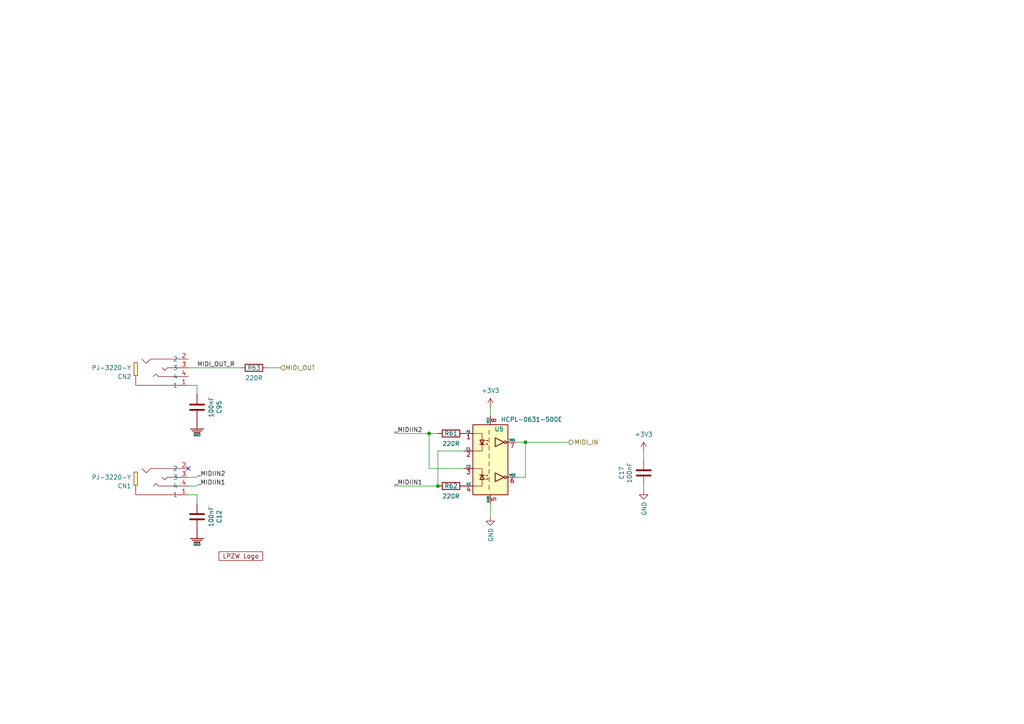
<source format=kicad_sch>
(kicad_sch (version 20250114) (generator "eeschema") (generator_version "9.0")
  (paper "A4")
  (lib_symbols
    (symbol "BigFishParts:LPZWLogo"
      (symbol "LPZWLogo_0_1"
        (rectangle (start -6.35 1.27) (end 6.35 -1.27))
      )
      (symbol "LPZWLogo_1_1"
        (text "LPZW Logo\n" (at 0 0 0) (effects (font (size 1.27 1.27))))
      )
    )
    (symbol "Device:C" (pin_numbers (hide yes)) (pin_names (offset 0.254))
      (property "Reference" "C" (at 0.635 2.54 0))
      (property "Value" "C" (at 0.635 -2.54 0))
      (symbol "C_0_1"
        (polyline (pts (xy -2.032 0.762) (xy 2.032 0.762)) (stroke (width 0.508)))
        (polyline (pts (xy -2.032 -0.762) (xy 2.032 -0.762)) (stroke (width 0.508)))
      )
      (symbol "C_1_1"
        (pin passive line (at 0 3.81 270) (length 2.794) (name "~") (number "1"))
        (pin passive line (at 0 -3.81 90) (length 2.794) (name "~") (number "2"))
      )
    )
    (symbol "Device:R" (pin_numbers (hide yes)) (pin_names (offset 0))
      (property "Reference" "R" (at 2.032 0 90))
      (property "Value" "R" (at 0 0 90))
      (symbol "R_0_1"
        (rectangle (start -1.016 -2.54) (end 1.016 2.54) (stroke (width 0.254)))
      )
      (symbol "R_1_1"
        (pin passive line (at 0 3.81 270) (length 1.27) (name "~") (number "1"))
        (pin passive line (at 0 -3.81 90) (length 1.27) (name "~") (number "2"))
      )
    )
    (symbol "Isolator:HCPL-0631" (pin_names (offset 0))
      (property "Reference" "U" (at -4.064 11.43 0))
      (property "Value" "HCPL-0631" (at 7.874 11.43 0))
      (symbol "HCPL-0631_0_1"
        (rectangle (start -5.08 10.16) (end 5.08 -10.16) (stroke (width 0.254)) (fill (type background)))
      )
      (symbol "HCPL-0631_1_1"
        (polyline (pts (xy -4.953 7.62) (xy -2.413 7.62) (xy -2.413 4.318)))
        (polyline (pts (xy -4.953 -7.62) (xy -2.413 -7.62) (xy -2.413 -5.715)))
        (polyline (pts (xy -3.048 4.445) (xy -1.778 4.445)) (stroke (width 0.254)))
        (polyline (pts (xy -3.048 -4.445) (xy -1.778 -4.445)) (stroke (width 0.254)))
        (polyline (pts (xy -2.413 4.445) (xy -2.413 2.54) (xy -4.953 2.54)))
        (polyline (pts (xy -2.413 4.445) (xy -3.048 5.715) (xy -1.778 5.715) (xy -2.413 4.445)) (stroke (width 0.254)))
        (polyline (pts (xy -2.413 -4.445) (xy -3.048 -5.715) (xy -1.778 -5.715) (xy -2.413 -4.445)) (stroke (width 0.254)))
        (polyline (pts (xy -2.413 -5.842) (xy -2.413 -2.54) (xy -4.953 -2.54)))
        (polyline (pts (xy -1.397 5.588) (xy -0.635 5.588) (xy -1.016 5.461) (xy -1.016 5.715) (xy -0.635 5.588)) (stroke (width 0.127)))
        (polyline (pts (xy -1.397 4.572) (xy -0.635 4.572) (xy -1.016 4.445) (xy -1.016 4.699) (xy -0.635 4.572)) (stroke (width 0.127)))
        (polyline (pts (xy -1.397 -4.572) (xy -0.635 -4.572) (xy -1.016 -4.699) (xy -1.016 -4.445) (xy -0.635 -4.572)) (stroke (width 0.127)))
        (polyline (pts (xy -1.397 -5.588) (xy -0.635 -5.588) (xy -1.016 -5.715) (xy -1.016 -5.461) (xy -0.635 -5.588)) (stroke (width 0.127)))
        (polyline (pts (xy -0.381 8.636) (xy -0.381 7.366)))
        (polyline (pts (xy -0.381 6.35) (xy -0.381 5.08)))
        (polyline (pts (xy -0.381 4.064) (xy -0.381 2.794)))
        (polyline (pts (xy -0.381 1.778) (xy -0.381 0.508)))
        (polyline (pts (xy -0.381 -0.508) (xy -0.381 -1.778)))
        (polyline (pts (xy -0.381 -2.794) (xy -0.381 -4.064)))
        (polyline (pts (xy -0.381 -5.08) (xy -0.381 -6.35)))
        (polyline (pts (xy -0.381 -7.366) (xy -0.381 -8.636)))
        (polyline (pts (xy 3.937 5.08) (xy 1.397 6.35) (xy 1.397 3.81) (xy 3.937 5.08)) (stroke (width 0.254)))
        (polyline (pts (xy 3.937 -5.08) (xy 1.397 -3.81) (xy 1.397 -6.35) (xy 3.937 -5.08)) (stroke (width 0.254)))
        (circle (center 4.318 5.08) (radius 0.3556) (stroke (width 0.254)))
        (circle (center 4.318 -5.08) (radius 0.3556) (stroke (width 0.254)))
        (polyline (pts (xy 4.699 5.08) (xy 5.334 5.08)) (stroke (width 0.254)))
        (polyline (pts (xy 4.699 -5.08) (xy 5.207 -5.08)) (stroke (width 0.254)))
        (pin passive line (at -7.62 7.62 0) (length 2.54) (name "A1") (number "1"))
        (pin passive line (at -7.62 2.54 0) (length 2.54) (name "C1") (number "2"))
        (pin passive line (at -7.62 -2.54 0) (length 2.54) (name "C2") (number "3"))
        (pin passive line (at -7.62 -7.62 0) (length 2.54) (name "A2") (number "4"))
        (pin power_in line (at 0 12.7 270) (length 2.54) (name "VCC") (number "8"))
        (pin power_in line (at 0 -12.7 90) (length 2.54) (name "GND") (number "5"))
        (pin open_collector line (at 7.62 5.08 180) (length 2.54) (name "VO1") (number "7"))
        (pin open_collector line (at 7.62 -5.08 180) (length 2.54) (name "VO2") (number "6"))
      )
    )
    (symbol "TINRS - Wobbler (pico)sch-eagle-import:GND" (power)
      (property "Value" "GND" (at 0 -1.27 0))
      (symbol "GND_1_0"
        (polyline (pts (xy -1.905 0) (xy 1.905 0)) (stroke (width 0.254)))
        (polyline (pts (xy -1.397 -0.508) (xy 1.397 -0.508)) (stroke (width 0.254)))
        (polyline (pts (xy -0.889 -1.016) (xy 0.889 -1.016)) (stroke (width 0.254)))
        (pin power_in line (at 0 2.54 270) (length 2.54) (name "GND") (number "1"))
      )
    )
    (symbol "jlcpcb:PJ-3220-Y"
      (property "Reference" "CN" (at 0 7.62 0))
      (property "Value" "PJ-3220-Y" (at 0 -10.16 0))
      (symbol "PJ-3220-Y_0_1"
        (rectangle (start -10.67 -0.25) (end -9.65 -4.06) (fill (type background)))
        (polyline (pts (xy -2.03 2.54) (xy -10.16 2.54) (xy -10.16 -0.25)))
        (polyline (pts (xy 2.54 0) (xy -3.56 0) (xy -4.32 -0.76) (xy -5.08 0)))
        (polyline (pts (xy 2.54 -5.08) (xy -5.84 -5.08) (xy -7.11 -3.81) (xy -8.38 -5.08)))
        (polyline (pts (xy 3.05 2.54) (xy -2.03 2.54)))
        (polyline (pts (xy 3.05 -2.54) (xy -1.02 -2.54) (xy -1.78 -1.78) (xy -2.54 -2.54)))
        (pin unspecified line (at 5.08 2.54 180) (length 2.54) (name "1") (number "1"))
        (pin unspecified line (at 5.08 0 180) (length 2.54) (name "4") (number "4"))
        (pin unspecified line (at 5.08 -2.54 180) (length 2.54) (name "3") (number "3"))
        (pin unspecified line (at 5.08 -5.08 180) (length 2.54) (name "2") (number "2"))
      )
    )
    (symbol "power:+3.3V" (power) (pin_numbers (hide yes)) (pin_names (offset 0) (hide yes))
      (property "Value" "+3.3V" (at 0 3.556 0))
      (symbol "+3.3V_0_1"
        (polyline (pts (xy -0.762 1.27) (xy 0 2.54)))
        (polyline (pts (xy 0 2.54) (xy 0.762 1.27)))
        (polyline (pts (xy 0 0) (xy 0 2.54)))
      )
      (symbol "+3.3V_1_1"
        (pin power_in line (at 0 0 90) (length 0) (name "~") (number "1"))
      )
    )
    (symbol "power:GND" (power) (pin_names (offset 0))
      (property "Value" "GND" (at 0 -3.81 0))
      (symbol "GND_0_1"
        (polyline (pts (xy 0 0) (xy 0 -1.27) (xy 1.27 -1.27) (xy 0 -2.54) (xy -1.27 -1.27) (xy 0 -1.27)))
      )
      (symbol "GND_1_1"
        (pin power_in line (at 0 0 270) (length 0) (hide yes) (name "GND") (number "1"))
      )
    )
  )
  (junction (at 127 140.97))
  (junction (at 152.4 128.27))
  (junction (at 124.46 125.73))
  (no_connect (at 54.61 135.89))
  (wire (pts (xy 114.3 125.73) (xy 124.46 125.73)))
  (wire (pts (xy 142.24 118.11) (xy 142.24 120.65)))
  (wire (pts (xy 124.46 125.73) (xy 127 125.73)))
  (wire (pts (xy 152.4 128.27) (xy 165.1 128.27)))
  (wire (pts (xy 149.86 128.27) (xy 152.4 128.27)))
  (wire (pts (xy 57.15 140.97) (xy 54.61 140.97)))
  (wire (pts (xy 186.69 142.24) (xy 186.69 140.97)))
  (wire (pts (xy 81.28 106.68) (xy 77.47 106.68)))
  (wire (pts (xy 152.4 128.27) (xy 152.4 138.43)))
  (wire (pts (xy 127 130.81) (xy 127 140.97)))
  (wire (pts (xy 57.15 111.76) (xy 54.61 111.76)))
  (wire (pts (xy 152.4 138.43) (xy 149.86 138.43)))
  (wire (pts (xy 134.62 130.81) (xy 127 130.81)))
  (wire (pts (xy 54.61 106.68) (xy 69.85 106.68)))
  (wire (pts (xy 57.15 146.05) (xy 57.15 143.51)))
  (wire (pts (xy 186.69 130.81) (xy 186.69 133.35)))
  (wire (pts (xy 114.3 140.97) (xy 127 140.97)))
  (wire (pts (xy 57.15 138.43) (xy 54.61 138.43)))
  (wire (pts (xy 142.24 149.86) (xy 142.24 146.05)))
  (wire (pts (xy 124.46 125.73) (xy 124.46 135.89)))
  (wire (pts (xy 57.15 111.76) (xy 57.15 114.3)))
  (wire (pts (xy 57.15 143.51) (xy 54.61 143.51)))
  (wire (pts (xy 124.46 135.89) (xy 134.62 135.89)))
  (label "_MIDIIN1" (at 114.3 140.97 0))
  (label "MIDI_OUT_R" (at 57.15 106.68 0))
  (label "_MIDIIN2" (at 114.3 125.73 0))
  (label "_MIDIIN1" (at 57.15 140.97 0))
  (label "_MIDIIN2" (at 57.15 138.43 0))
  (hierarchical_label "MIDI_OUT" (shape input) (at 81.28 106.68 0))
  (hierarchical_label "MIDI_IN" (shape output) (at 165.1 128.27 0))
  (symbol (lib_id "Device:R") (at 130.81 140.97 90) (unit 1)
    (property "Reference" "R62" (at 130.81 140.97 90))
    (property "Value" "220R" (at 130.81 143.9164 90))
    (property "Footprint" "Resistor_SMD:R_0603_1608Metric" (effects (hide yes)))
    (property "LCSC Part" "C22962" (effects (hide yes)))
  )
  (symbol (lib_id "Device:C") (at 186.69 137.16 0) (unit 1)
    (property "Reference" "C17" (at 180.2892 137.16 90))
    (property "Value" "100nF" (at 182.6006 137.16 90))
    (property "Footprint" "Capacitor_SMD:C_0402_1005Metric" (effects (hide yes)))
  )
  (symbol (lib_id "power:+3.3V") (at 142.24 118.11 0) (unit 1)
    (property "Reference" "#PWR0177" (effects (hide yes)))
    (property "Value" "+3V3" (at 142.24 113.284 0))
  )
  (symbol (lib_id "Device:R") (at 73.66 106.68 90) (unit 1)
    (property "Reference" "R63" (at 73.66 106.68 90))
    (property "Value" "220R" (at 73.66 109.6264 90))
    (property "Footprint" "Resistor_SMD:R_0603_1608Metric" (effects (hide yes)))
    (property "LCSC Part" "C22962" (effects (hide yes)))
  )
  (symbol (lib_id "power:GND") (at 142.24 149.86 0) (unit 1)
    (property "Reference" "#PWR0178" (effects (hide yes)))
    (property "Value" "GND" (at 142.367 153.1112 90) (effects (justify right)))
  )
  (symbol (lib_id "Isolator:HCPL-0631") (at 142.24 133.35 0) (unit 1)
    (property "Reference" "U5" (at 144.78 124.46 0))
    (property "Value" "HCPL-0631-500E" (at 154.178 121.666 0))
    (property "Footprint" "Package_SO:SOIC-8_3.9x4.9mm_P1.27mm" (effects (hide yes)))
    (property "Datasheet" "https://docs.broadcom.com/docs/AV02-0940EN" (effects (hide yes)))
    (property "LCSC Part" "C43949" (effects (hide yes)))
  )
  (symbol (lib_id "TINRS - Wobbler (pico)sch-eagle-import:GND") (at 57.15 124.46 0) (mirror y) (unit 1)
    (property "Reference" "#GND048" (effects (hide yes)))
    (property "Value" "GND" (at 57.15 125.73 0) (effects (font (size 0.762 0.6477)) (justify top)))
  )
  (symbol (lib_id "BigFishParts:LPZWLogo") (at 69.85 161.29 0) (unit 1)
    (property "Reference" "U23" (effects (hide yes)))
    (property "Footprint" "LPZW_logo:MIDI" (effects (hide yes)))
  )
  (symbol (lib_id "jlcpcb:PJ-3220-Y") (at 49.53 140.97 0) (mirror x) (unit 1)
    (property "Reference" "CN1" (at 38.1 140.97 0) (effects (justify right)))
    (property "Value" "PJ-3220-Y" (at 38.1 138.43 0) (effects (justify right)))
    (property "Footprint" "parts:AUDIO-TH_PJ-3220-Y" (effects (hide yes)))
    (property "Datasheet" "https://lcsc.com/product-detail/Audio-Video-Connectors_XKB-Connectivity-PJ-3220-Y_C692442.html" (effects (hide yes)))
    (property "LCSC Part" "C692442" (effects (hide yes)))
  )
  (symbol (lib_id "jlcpcb:PJ-3220-Y") (at 49.53 109.22 0) (mirror x) (unit 1)
    (property "Reference" "CN2" (at 38.1 109.22 0) (effects (justify right)))
    (property "Value" "PJ-3220-Y" (at 38.1 106.68 0) (effects (justify right)))
    (property "Footprint" "parts:AUDIO-TH_PJ-3220-Y" (effects (hide yes)))
    (property "Datasheet" "https://lcsc.com/product-detail/Audio-Video-Connectors_XKB-Connectivity-PJ-3220-Y_C692442.html" (effects (hide yes)))
    (property "LCSC Part" "C692442" (effects (hide yes)))
  )
  (symbol (lib_id "power:GND") (at 186.69 142.24 0) (unit 1)
    (property "Reference" "#PWR0184" (effects (hide yes)))
    (property "Value" "GND" (at 186.817 145.4912 90) (effects (justify right)))
  )
  (symbol (lib_id "TINRS - Wobbler (pico)sch-eagle-import:GND") (at 57.15 156.21 0) (mirror y) (unit 1)
    (property "Reference" "#GND049" (effects (hide yes)))
    (property "Value" "GND" (at 57.15 157.48 0) (effects (font (size 0.762 0.6477)) (justify top)))
  )
  (symbol (lib_id "Device:C") (at 57.15 118.11 180) (unit 1)
    (property "Reference" "C95" (at 63.5508 118.11 90))
    (property "Value" "100nF" (at 61.2394 118.11 90))
    (property "Footprint" "Capacitor_SMD:C_0402_1005Metric" (effects (hide yes)))
  )
  (symbol (lib_id "power:+3.3V") (at 186.69 130.81 0) (unit 1)
    (property "Reference" "#PWR0181" (effects (hide yes)))
    (property "Value" "+3V3" (at 186.69 125.984 0))
  )
  (symbol (lib_id "Device:C") (at 57.15 149.86 180) (unit 1)
    (property "Reference" "C12" (at 63.5508 149.86 90))
    (property "Value" "100nF" (at 61.2394 149.86 90))
    (property "Footprint" "Capacitor_SMD:C_0402_1005Metric" (effects (hide yes)))
  )
  (symbol (lib_id "Device:R") (at 130.81 125.73 90) (unit 1)
    (property "Reference" "R61" (at 130.81 125.73 90))
    (property "Value" "220R" (at 130.81 128.6764 90))
    (property "Footprint" "Resistor_SMD:R_0603_1608Metric" (effects (hide yes)))
    (property "LCSC Part" "C22962" (effects (hide yes)))
  )
)
</source>
